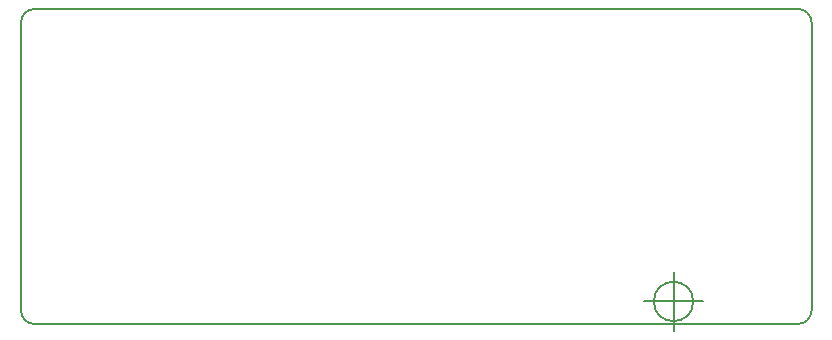
<source format=gbr>
G04 #@! TF.GenerationSoftware,KiCad,Pcbnew,(5.1.9)-1*
G04 #@! TF.CreationDate,2021-04-27T19:19:42+01:00*
G04 #@! TF.ProjectId,RGBtoHDMI Amiga Denise - v2++ Rev 2 by solarmon,52474274-6f48-4444-9d49-20416d696761,v2++ Rev 2*
G04 #@! TF.SameCoordinates,Original*
G04 #@! TF.FileFunction,Profile,NP*
%FSLAX46Y46*%
G04 Gerber Fmt 4.6, Leading zero omitted, Abs format (unit mm)*
G04 Created by KiCad (PCBNEW (5.1.9)-1) date 2021-04-27 19:19:42*
%MOMM*%
%LPD*%
G01*
G04 APERTURE LIST*
G04 #@! TA.AperFunction,Profile*
%ADD10C,0.150000*%
G04 #@! TD*
G04 #@! TA.AperFunction,Profile*
%ADD11C,0.200000*%
G04 #@! TD*
G04 APERTURE END LIST*
D10*
X158511666Y-90805000D02*
G75*
G03*
X158511666Y-90805000I-1666666J0D01*
G01*
X154345000Y-90805000D02*
X159345000Y-90805000D01*
X156845000Y-88305000D02*
X156845000Y-93305000D01*
D11*
X101600000Y-67183000D02*
G75*
G02*
X102743000Y-66040000I1143000J0D01*
G01*
X102743000Y-92710000D02*
G75*
G02*
X101600000Y-91567000I0J1143000D01*
G01*
X168529000Y-91567000D02*
G75*
G02*
X167386000Y-92710000I-1143000J0D01*
G01*
X167386000Y-66040000D02*
G75*
G02*
X168529000Y-67183000I0J-1143000D01*
G01*
D10*
X158511666Y-90805000D02*
G75*
G03*
X158511666Y-90805000I-1666666J0D01*
G01*
X154345000Y-90805000D02*
X159345000Y-90805000D01*
X156845000Y-88305000D02*
X156845000Y-93305000D01*
D11*
X167386000Y-92710000D02*
X102743000Y-92710000D01*
X168529000Y-67183000D02*
X168529000Y-91567000D01*
X167386000Y-66040000D02*
X102743000Y-66040000D01*
X101600000Y-67183000D02*
X101600000Y-91567000D01*
M02*

</source>
